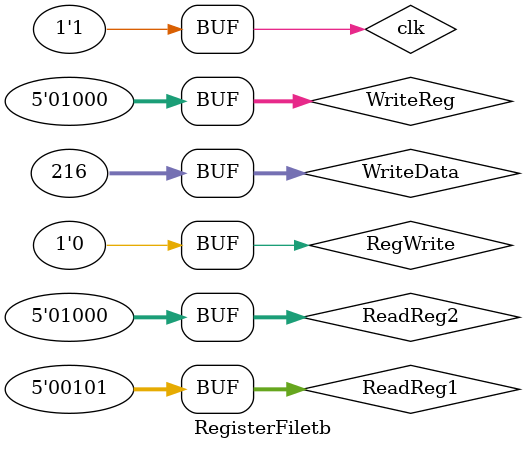
<source format=v>
`timescale 1ns / 1ps
module RegisterFiletb();
reg clk , RegWrite;
reg [4:0] ReadReg1,ReadReg2,WriteReg;
reg [31:0] WriteData;
wire [31:0] ReadData1,ReadData2;
always begin 
    clk = 0;
    #5;
    clk = 1;
    #5;
end
initial begin
    RegWrite = 1;
    ReadReg1 = 5;
    ReadReg2 = 2;
    WriteReg = 8;
    WriteData = 216;
    #100;
    RegWrite = 0;
    ReadReg1 = 5;
    ReadReg2 = 8;
    #10;
end
RegisterFile rf(clk,RegWrite,ReadReg1,ReadReg2,WriteReg,WriteData,ReadData1,ReadData2);
endmodule

</source>
